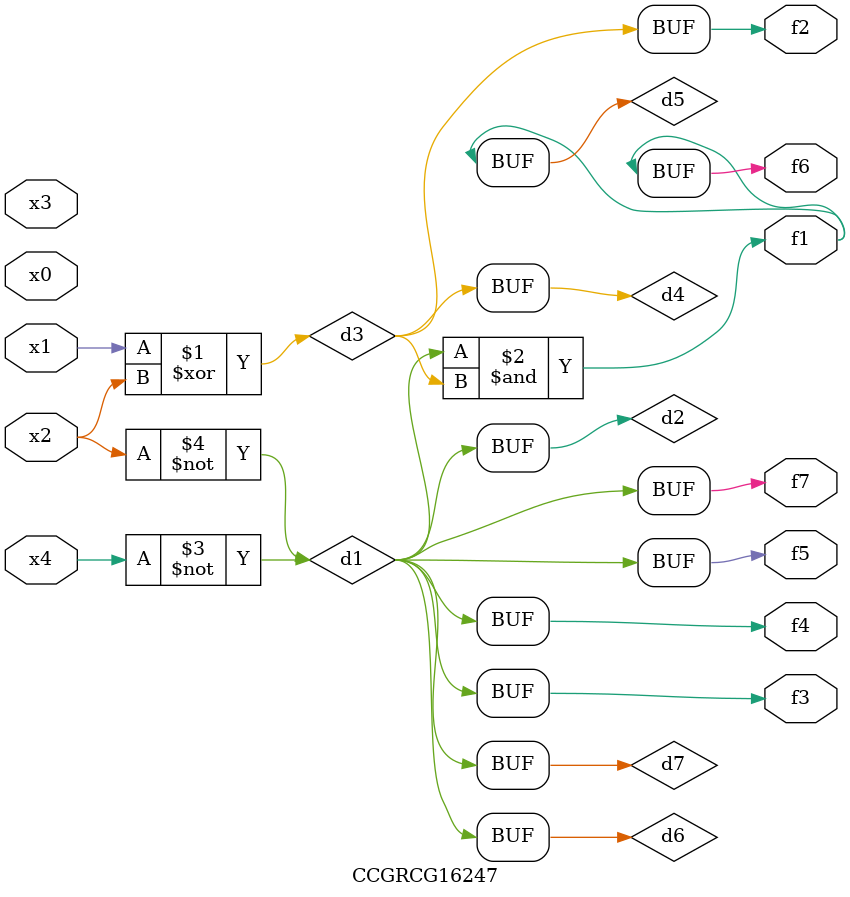
<source format=v>
module CCGRCG16247(
	input x0, x1, x2, x3, x4,
	output f1, f2, f3, f4, f5, f6, f7
);

	wire d1, d2, d3, d4, d5, d6, d7;

	not (d1, x4);
	not (d2, x2);
	xor (d3, x1, x2);
	buf (d4, d3);
	and (d5, d1, d3);
	buf (d6, d1, d2);
	buf (d7, d2);
	assign f1 = d5;
	assign f2 = d4;
	assign f3 = d7;
	assign f4 = d7;
	assign f5 = d7;
	assign f6 = d5;
	assign f7 = d7;
endmodule

</source>
